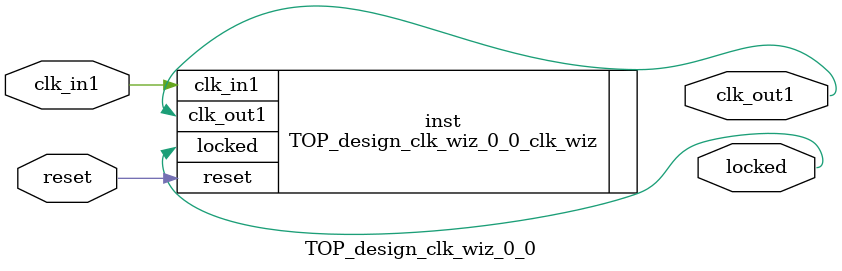
<source format=v>


`timescale 1ps/1ps

(* CORE_GENERATION_INFO = "TOP_design_clk_wiz_0_0,clk_wiz_v6_0_6_0_0,{component_name=TOP_design_clk_wiz_0_0,use_phase_alignment=true,use_min_o_jitter=false,use_max_i_jitter=false,use_dyn_phase_shift=false,use_inclk_switchover=false,use_dyn_reconfig=false,enable_axi=0,feedback_source=FDBK_AUTO,PRIMITIVE=MMCM,num_out_clk=1,clkin1_period=10.000,clkin2_period=10.000,use_power_down=false,use_reset=true,use_locked=true,use_inclk_stopped=false,feedback_type=SINGLE,CLOCK_MGR_TYPE=NA,manual_override=false}" *)

module TOP_design_clk_wiz_0_0 
 (
  // Clock out ports
  output        clk_out1,
  // Status and control signals
  input         reset,
  output        locked,
 // Clock in ports
  input         clk_in1
 );

  TOP_design_clk_wiz_0_0_clk_wiz inst
  (
  // Clock out ports  
  .clk_out1(clk_out1),
  // Status and control signals               
  .reset(reset), 
  .locked(locked),
 // Clock in ports
  .clk_in1(clk_in1)
  );

endmodule

</source>
